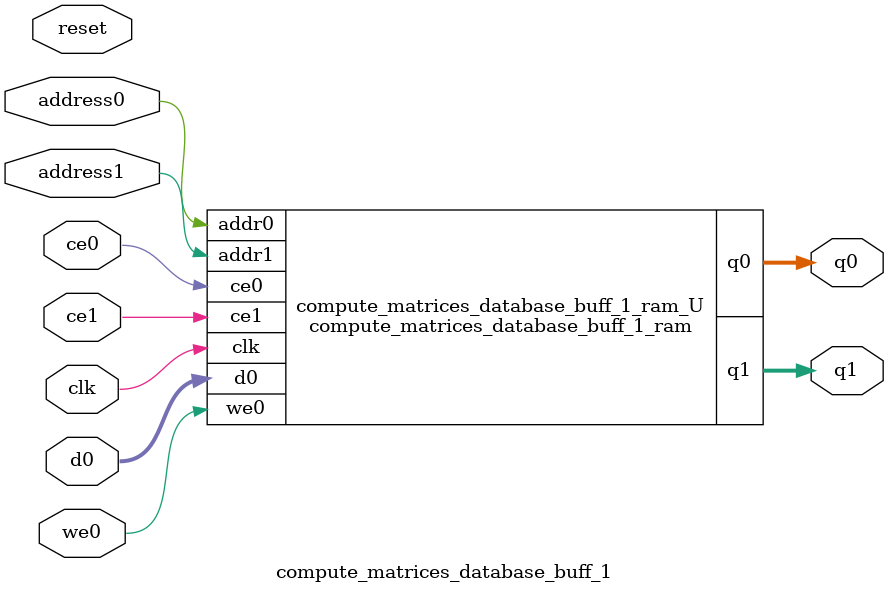
<source format=v>
`timescale 1 ns / 1 ps
module compute_matrices_database_buff_1_ram (addr0, ce0, d0, we0, q0, addr1, ce1, q1,  clk);

parameter DWIDTH = 8;
parameter AWIDTH = 1;
parameter MEM_SIZE = 2;

input[AWIDTH-1:0] addr0;
input ce0;
input[DWIDTH-1:0] d0;
input we0;
output reg[DWIDTH-1:0] q0;
input[AWIDTH-1:0] addr1;
input ce1;
output reg[DWIDTH-1:0] q1;
input clk;

(* ram_style = "block" *)reg [DWIDTH-1:0] ram0[0:MEM_SIZE-1];



always @(posedge clk)  
begin 
    if (ce0) begin
        if (we0) 
            ram0[addr0] <= d0; 
        q0 <= ram0[addr0];
    end
end


always @(posedge clk)  
begin 
    if (ce1) begin
        q1 <= ram0[addr1];
    end
end


endmodule

`timescale 1 ns / 1 ps
module compute_matrices_database_buff_1(
    reset,
    clk,
    address0,
    ce0,
    we0,
    d0,
    q0,
    address1,
    ce1,
    q1);

parameter DataWidth = 32'd8;
parameter AddressRange = 32'd2;
parameter AddressWidth = 32'd1;
input reset;
input clk;
input[AddressWidth - 1:0] address0;
input ce0;
input we0;
input[DataWidth - 1:0] d0;
output[DataWidth - 1:0] q0;
input[AddressWidth - 1:0] address1;
input ce1;
output[DataWidth - 1:0] q1;



compute_matrices_database_buff_1_ram compute_matrices_database_buff_1_ram_U(
    .clk( clk ),
    .addr0( address0 ),
    .ce0( ce0 ),
    .we0( we0 ),
    .d0( d0 ),
    .q0( q0 ),
    .addr1( address1 ),
    .ce1( ce1 ),
    .q1( q1 ));

endmodule


</source>
